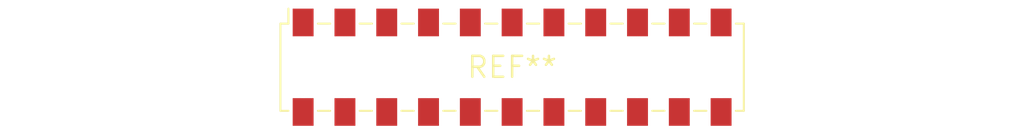
<source format=kicad_pcb>
(kicad_pcb (version 20240108) (generator pcbnew)
  (layers (0 "F.Cu" signal) (31 "B.Cu" signal) (34 "B.Paste" user) (35 "F.Paste" user) (36 "B.SilkS" user "B.Silkscreen") (37 "F.SilkS" user "F.Silkscreen") (38 "B.Mask" user) (39 "F.Mask" user) (44 "Edge.Cuts" user))
  (net 0 "")
  (footprint "Samtec_HLE-111-02-xxx-DV-BE-A_2x11_P2.54mm_Horizontal" (layer "F.Cu") (at 0 0)
    (property "Reference" "REF**")
    (property "Value" "Samtec_HLE-111-02-xxx-DV-BE-A_2x11_P2.54mm_Horizontal")
    (fp_line (start -14.08 -2.65) (end -14.08 2.65) (layer "F.SilkS") (stroke (width 0.12)))
    (fp_line (start -14.08 2.65) (end -13.595 2.65) (layer "F.SilkS") (stroke (width 0.12)))
    (fp_line (start -13.595 -3.56) (end -13.595 -2.65) (layer "F.SilkS") (stroke (width 0.12)))
    (fp_line (start -13.595 -2.65) (end -14.08 -2.65) (layer "F.SilkS") (stroke (width 0.12)))
    (fp_line (start -11.805 -2.65) (end -11.055 -2.65) (layer "F.SilkS") (stroke (width 0.12)))
    (fp_line (start -11.805 2.65) (end -11.055 2.65) (layer "F.SilkS") (stroke (width 0.12)))
    (fp_line (start -9.265 -2.65) (end -8.515 -2.65) (layer "F.SilkS") (stroke (width 0.12)))
    (fp_line (start -9.265 2.65) (end -8.515 2.65) (layer "F.SilkS") (stroke (width 0.12)))
    (fp_line (start -6.725 -2.65) (end -5.975 -2.65) (layer "F.SilkS") (stroke (width 0.12)))
    (fp_line (start -6.725 2.65) (end -5.975 2.65) (layer "F.SilkS") (stroke (width 0.12)))
    (fp_line (start -4.185 -2.65) (end -3.435 -2.65) (layer "F.SilkS") (stroke (width 0.12)))
    (fp_line (start -4.185 2.65) (end -3.435 2.65) (layer "F.SilkS") (stroke (width 0.12)))
    (fp_line (start -1.645 -2.65) (end -0.895 -2.65) (layer "F.SilkS") (stroke (width 0.12)))
    (fp_line (start -1.645 2.65) (end -0.895 2.65) (layer "F.SilkS") (stroke (width 0.12)))
    (fp_line (start 0.895 -2.65) (end 1.645 -2.65) (layer "F.SilkS") (stroke (width 0.12)))
    (fp_line (start 0.895 2.65) (end 1.645 2.65) (layer "F.SilkS") (stroke (width 0.12)))
    (fp_line (start 3.435 -2.65) (end 4.185 -2.65) (layer "F.SilkS") (stroke (width 0.12)))
    (fp_line (start 3.435 2.65) (end 4.185 2.65) (layer "F.SilkS") (stroke (width 0.12)))
    (fp_line (start 5.975 -2.65) (end 6.725 -2.65) (layer "F.SilkS") (stroke (width 0.12)))
    (fp_line (start 5.975 2.65) (end 6.725 2.65) (layer "F.SilkS") (stroke (width 0.12)))
    (fp_line (start 8.515 -2.65) (end 9.265 -2.65) (layer "F.SilkS") (stroke (width 0.12)))
    (fp_line (start 8.515 2.65) (end 9.265 2.65) (layer "F.SilkS") (stroke (width 0.12)))
    (fp_line (start 11.055 -2.65) (end 11.805 -2.65) (layer "F.SilkS") (stroke (width 0.12)))
    (fp_line (start 11.055 2.65) (end 11.805 2.65) (layer "F.SilkS") (stroke (width 0.12)))
    (fp_line (start 13.595 -2.65) (end 14.08 -2.65) (layer "F.SilkS") (stroke (width 0.12)))
    (fp_line (start 14.08 -2.65) (end 14.08 2.65) (layer "F.SilkS") (stroke (width 0.12)))
    (fp_line (start 14.08 2.65) (end 13.595 2.65) (layer "F.SilkS") (stroke (width 0.12)))
    (pad "" np_thru_hole circle (at -12.7 -1.27) (size 0.97 0.97) (drill 0.97) (layers *.Cu *.Mask))
    (pad "" np_thru_hole circle (at -12.7 1.27) (size 0.97 0.97) (drill 0.97) (layers *.Cu *.Mask))
    (pad "" np_thru_hole circle (at -11.43 0) (size 1.78 1.78) (drill 1.78) (layers *.Cu *.Mask))
    (pad "" np_thru_hole circle (at -10.16 -1.27) (size 0.97 0.97) (drill 0.97) (layers *.Cu *.Mask))
    (pad "" np_thru_hole circle (at -10.16 1.27) (size 0.97 0.97) (drill 0.97) (layers *.Cu *.Mask))
    (pad "" np_thru_hole circle (at -7.62 -1.27) (size 0.97 0.97) (drill 0.97) (layers *.Cu *.Mask))
    (pad "" np_thru_hole circle (at -7.62 1.27) (size 0.97 0.97) (drill 0.97) (layers *.Cu *.Mask))
    (pad "" np_thru_hole circle (at -5.08 -1.27) (size 0.97 0.97) (drill 0.97) (layers *.Cu *.Mask))
    (pad "" np_thru_hole circle (at -5.08 1.27) (size 0.97 0.97) (drill 0.97) (layers *.Cu *.Mask))
    (pad "" np_thru_hole circle (at -2.54 -1.27) (size 0.97 0.97) (drill 0.97) (layers *.Cu *.Mask))
    (pad "" np_thru_hole circle (at -2.54 1.27) (size 0.97 0.97) (drill 0.97) (layers *.Cu *.Mask))
    (pad "" np_thru_hole circle (at 0 -1.27) (size 0.97 0.97) (drill 0.97) (layers *.Cu *.Mask))
    (pad "" np_thru_hole circle (at 0 1.27) (size 0.97 0.97) (drill 0.97) (layers *.Cu *.Mask))
    (pad "" np_thru_hole circle (at 2.54 -1.27) (size 0.97 0.97) (drill 0.97) (layers *.Cu *.Mask))
    (pad "" np_thru_hole circle (at 2.54 1.27) (size 0.97 0.97) (drill 0.97) (layers *.Cu *.Mask))
    (pad "" np_thru_hole circle (at 5.08 -1.27) (size 0.97 0.97) (drill 0.97) (layers *.Cu *.Mask))
    (pad "" np_thru_hole circle (at 5.08 1.27) (size 0.97 0.97) (drill 0.97) (layers *.Cu *.Mask))
    (pad "" np_thru_hole circle (at 7.62 -1.27) (size 0.97 0.97) (drill 0.97) (layers *.Cu *.Mask))
    (pad "" np_thru_hole circle (at 7.62 1.27) (size 0.97 0.97) (drill 0.97) (layers *.Cu *.Mask))
    (pad "" np_thru_hole circle (at 10.16 -1.27) (size 0.97 0.97) (drill 0.97) (layers *.Cu *.Mask))
    (pad "" np_thru_hole circle (at 10.16 1.27) (size 0.97 0.97) (drill 0.97) (layers *.Cu *.Mask))
    (pad "" np_thru_hole circle (at 11.43 0) (size 1.78 1.78) (drill 1.78) (layers *.Cu *.Mask))
    (pad "" np_thru_hole circle (at 12.7 -1.27) (size 0.97 0.97) (drill 0.97) (layers *.Cu *.Mask))
    (pad "" np_thru_hole circle (at 12.7 1.27) (size 0.97 0.97) (drill 0.97) (layers *.Cu *.Mask))
    (pad "1" smd rect (at -12.7 -2.72) (size 1.27 1.68) (layers "F.Cu" "F.Paste" "F.Mask"))
    (pad "2" smd rect (at -12.7 2.72) (size 1.27 1.68) (layers "F.Cu" "F.Paste" "F.Mask"))
    (pad "3" smd rect (at -10.16 -2.72) (size 1.27 1.68) (layers "F.Cu" "F.Paste" "F.Mask"))
    (pad "4" smd rect (at -10.16 2.72) (size 1.27 1.68) (layers "F.Cu" "F.Paste" "F.Mask"))
    (pad "5" smd rect (at -7.62 -2.72) (size 1.27 1.68) (layers "F.Cu" "F.Paste" "F.Mask"))
    (pad "6" smd rect (at -7.62 2.72) (size 1.27 1.68) (layers "F.Cu" "F.Paste" "F.Mask"))
    (pad "7" smd rect (at -5.08 -2.72) (size 1.27 1.68) (layers "F.Cu" "F.Paste" "F.Mask"))
    (pad "8" smd rect (at -5.08 2.72) (size 1.27 1.68) (layers "F.Cu" "F.Paste" "F.Mask"))
    (pad "9" smd rect (at -2.54 -2.72) (size 1.27 1.68) (layers "F.Cu" "F.Paste" "F.Mask"))
    (pad "10" smd rect (at -2.54 2.72) (size 1.27 1.68) (layers "F.Cu" "F.Paste" "F.Mask"))
    (pad "11" smd rect (at 0 -2.72) (size 1.27 1.68) (layers "F.Cu" "F.Paste" "F.Mask"))
    (pad "12" smd rect (at 0 2.72) (size 1.27 1.68) (layers "F.Cu" "F.Paste" "F.Mask"))
    (pad "13" smd rect (at 2.54 -2.72) (size 1.27 1.68) (layers "F.Cu" "F.Paste" "F.Mask"))
    (pad "14" smd rect (at 2.54 2.72) (size 1.27 1.68) (layers "F.Cu" "F.Paste" "F.Mask"))
    (pad "15" smd rect (at 5.08 -2.72) (size 1.27 1.68) (layers "F.Cu" "F.Paste" "F.Mask"))
    (pad "16" smd rect (at 5.08 2.72) (size 1.27 1.68) (layers "F.Cu" "F.Paste" "F.Mask"))
    (pad "17" smd rect (at 7.62 -2.72) (size 1.27 1.68) (layers "F.Cu" "F.Paste" "F.Mask"))
    (pad "18" smd rect (at 7.62 2.72) (size 1.27 1.68) (layers "F.Cu" "F.Paste" "F.Mask"))
    (pad "19" smd rect (at 10.16 -2.72) (size 1.27 1.68) (layers "F.Cu" "F.Paste" "F.Mask"))
    (pad "20" smd rect (at 10.16 2.72) (size 1.27 1.68) (layers "F.Cu" "F.Paste" "F.Mask"))
    (pad "21" smd rect (at 12.7 -2.72) (size 1.27 1.68) (layers "F.Cu" "F.Paste" "F.Mask"))
    (pad "22" smd rect (at 12.7 2.72) (size 1.27 1.68) (layers "F.Cu" "F.Paste" "F.Mask"))
  )
)
</source>
